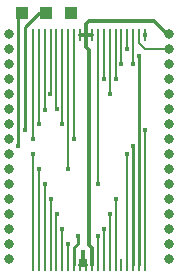
<source format=gbr>
G04 #@! TF.GenerationSoftware,KiCad,Pcbnew,(6.0.1-0)*
G04 #@! TF.CreationDate,2022-03-15T16:22:53-04:00*
G04 #@! TF.ProjectId,MBC1-TSOP40,4d424331-2d54-4534-9f50-34302e6b6963,rev?*
G04 #@! TF.SameCoordinates,Original*
G04 #@! TF.FileFunction,Copper,L1,Top*
G04 #@! TF.FilePolarity,Positive*
%FSLAX46Y46*%
G04 Gerber Fmt 4.6, Leading zero omitted, Abs format (unit mm)*
G04 Created by KiCad (PCBNEW (6.0.1-0)) date 2022-03-15 16:22:53*
%MOMM*%
%LPD*%
G01*
G04 APERTURE LIST*
G04 #@! TA.AperFunction,SMDPad,CuDef*
%ADD10R,0.250000X1.100000*%
G04 #@! TD*
G04 #@! TA.AperFunction,SMDPad,CuDef*
%ADD11R,1.000000X1.000000*%
G04 #@! TD*
G04 #@! TA.AperFunction,ViaPad*
%ADD12C,0.800000*%
G04 #@! TD*
G04 #@! TA.AperFunction,ViaPad*
%ADD13C,0.400000*%
G04 #@! TD*
G04 #@! TA.AperFunction,Conductor*
%ADD14C,0.250000*%
G04 #@! TD*
G04 #@! TA.AperFunction,Conductor*
%ADD15C,0.200000*%
G04 #@! TD*
G04 #@! TA.AperFunction,Conductor*
%ADD16C,0.300000*%
G04 #@! TD*
G04 APERTURE END LIST*
D10*
G04 #@! TO.P,REF\u002A\u002A,1*
G04 #@! TO.N,A19*
X117370000Y-49330000D03*
G04 #@! TO.P,REF\u002A\u002A,2*
G04 #@! TO.N,A18*
X116870000Y-49330000D03*
G04 #@! TO.P,REF\u002A\u002A,3*
G04 #@! TO.N,A17*
X116370000Y-49330000D03*
G04 #@! TO.P,REF\u002A\u002A,4*
G04 #@! TO.N,A16*
X115870000Y-49330000D03*
G04 #@! TO.P,REF\u002A\u002A,5*
G04 #@! TO.N,A15*
X115370000Y-49330000D03*
G04 #@! TO.P,REF\u002A\u002A,6*
G04 #@! TO.N,A14*
X114870000Y-49330000D03*
G04 #@! TO.P,REF\u002A\u002A,7*
G04 #@! TO.N,A13*
X114370000Y-49330000D03*
G04 #@! TO.P,REF\u002A\u002A,8*
G04 #@! TO.N,A12*
X113870000Y-49330000D03*
G04 #@! TO.P,REF\u002A\u002A,9*
G04 #@! TO.N,CE*
X113370000Y-49330000D03*
G04 #@! TO.P,REF\u002A\u002A,10*
G04 #@! TO.N,VCC*
X112870000Y-49330000D03*
G04 #@! TO.P,REF\u002A\u002A,11*
X112370000Y-49330000D03*
G04 #@! TO.P,REF\u002A\u002A,12*
X111870000Y-49330000D03*
G04 #@! TO.P,REF\u002A\u002A,13*
G04 #@! TO.N,A11*
X111370000Y-49330000D03*
G04 #@! TO.P,REF\u002A\u002A,14*
G04 #@! TO.N,A10*
X110870000Y-49330000D03*
G04 #@! TO.P,REF\u002A\u002A,15*
G04 #@! TO.N,A9*
X110370000Y-49330000D03*
G04 #@! TO.P,REF\u002A\u002A,16*
G04 #@! TO.N,A8*
X109870000Y-49330000D03*
G04 #@! TO.P,REF\u002A\u002A,17*
G04 #@! TO.N,A7*
X109370000Y-49330000D03*
G04 #@! TO.P,REF\u002A\u002A,18*
G04 #@! TO.N,A6*
X108870000Y-49330000D03*
G04 #@! TO.P,REF\u002A\u002A,19*
G04 #@! TO.N,A5*
X108370000Y-49330000D03*
G04 #@! TO.P,REF\u002A\u002A,20*
G04 #@! TO.N,A4*
X107870000Y-49330000D03*
G04 #@! TO.P,REF\u002A\u002A,21*
G04 #@! TO.N,A3*
X107870000Y-68830000D03*
G04 #@! TO.P,REF\u002A\u002A,22*
G04 #@! TO.N,A2*
X108370000Y-68830000D03*
G04 #@! TO.P,REF\u002A\u002A,23*
G04 #@! TO.N,A1*
X108870000Y-68830000D03*
G04 #@! TO.P,REF\u002A\u002A,24*
G04 #@! TO.N,A0*
X109370000Y-68830000D03*
G04 #@! TO.P,REF\u002A\u002A,25*
G04 #@! TO.N,D0*
X109870000Y-68830000D03*
G04 #@! TO.P,REF\u002A\u002A,26*
G04 #@! TO.N,D1*
X110370000Y-68830000D03*
G04 #@! TO.P,REF\u002A\u002A,27*
G04 #@! TO.N,D2*
X110870000Y-68830000D03*
G04 #@! TO.P,REF\u002A\u002A,28*
G04 #@! TO.N,D3*
X111370000Y-68830000D03*
G04 #@! TO.P,REF\u002A\u002A,29*
G04 #@! TO.N,GND*
X111870000Y-68830000D03*
G04 #@! TO.P,REF\u002A\u002A,30*
X112370000Y-68830000D03*
G04 #@! TO.P,REF\u002A\u002A,31*
G04 #@! TO.N,VCC*
X112870000Y-68830000D03*
G04 #@! TO.P,REF\u002A\u002A,32*
G04 #@! TO.N,D4*
X113370000Y-68830000D03*
G04 #@! TO.P,REF\u002A\u002A,33*
G04 #@! TO.N,D5*
X113870000Y-68830000D03*
G04 #@! TO.P,REF\u002A\u002A,34*
G04 #@! TO.N,D6*
X114370000Y-68830000D03*
G04 #@! TO.P,REF\u002A\u002A,35*
G04 #@! TO.N,D7*
X114870000Y-68830000D03*
G04 #@! TO.P,REF\u002A\u002A,36*
G04 #@! TO.N,RY*
X115370000Y-68830000D03*
G04 #@! TO.P,REF\u002A\u002A,37*
G04 #@! TO.N,/OE*
X115870000Y-68830000D03*
G04 #@! TO.P,REF\u002A\u002A,38*
G04 #@! TO.N,WE*
X116370000Y-68830000D03*
G04 #@! TO.P,REF\u002A\u002A,39*
G04 #@! TO.N,A21*
X116870000Y-68830000D03*
G04 #@! TO.P,REF\u002A\u002A,40*
G04 #@! TO.N,A20*
X117370000Y-68830000D03*
G04 #@! TD*
D11*
G04 #@! TO.P,REF\u002A\u002A,*
G04 #@! TO.N,WE*
X106940000Y-47470000D03*
G04 #@! TD*
G04 #@! TO.P,REF\u002A\u002A,*
G04 #@! TO.N,A21*
X111060000Y-47470000D03*
G04 #@! TD*
G04 #@! TO.P,REF\u002A\u002A,*
G04 #@! TO.N,A20*
X109000000Y-47470000D03*
G04 #@! TD*
D12*
G04 #@! TO.N,VCC*
X119400000Y-49300000D03*
G04 #@! TO.N,A18*
X119400000Y-50570000D03*
D13*
G04 #@! TO.N,A17*
X116370000Y-51840000D03*
D12*
X119400000Y-51840000D03*
D13*
G04 #@! TO.N,A14*
X114870000Y-53110000D03*
D12*
X119400000Y-53110000D03*
D13*
G04 #@! TO.N,A13*
X114370000Y-54380000D03*
D12*
X119400000Y-54380000D03*
D13*
G04 #@! TO.N,A8*
X109875000Y-55650000D03*
D12*
X119400000Y-55650000D03*
D13*
G04 #@! TO.N,A9*
X110375000Y-56925000D03*
D12*
X119400000Y-56920000D03*
D13*
G04 #@! TO.N,A11*
X111370000Y-58190000D03*
D12*
X119400000Y-58190000D03*
D13*
G04 #@! TO.N,/OE*
X115850000Y-59450000D03*
D12*
X119400000Y-59460000D03*
G04 #@! TO.N,A10*
X119400000Y-60730000D03*
D13*
X110875000Y-60730000D03*
D12*
G04 #@! TO.N,CE*
X119400000Y-62000000D03*
D13*
X113370000Y-62000000D03*
G04 #@! TO.N,D7*
X114875000Y-63250000D03*
D12*
X119400000Y-63270000D03*
D13*
G04 #@! TO.N,D6*
X114375000Y-64525000D03*
D12*
X119400000Y-64540000D03*
D13*
G04 #@! TO.N,D5*
X113875000Y-65800000D03*
D12*
X119400000Y-65810000D03*
G04 #@! TO.N,D4*
X119400000Y-67080000D03*
D13*
X113375000Y-66400000D03*
G04 #@! TO.N,D3*
X111690000Y-66400000D03*
D12*
X119400000Y-68350000D03*
D13*
G04 #@! TO.N,GND*
X112120000Y-67780000D03*
D12*
X105850000Y-68350000D03*
G04 #@! TO.N,D2*
X105850000Y-67080000D03*
D13*
X110875000Y-67100000D03*
G04 #@! TO.N,D1*
X110375000Y-65825000D03*
D12*
X105850000Y-65810000D03*
G04 #@! TO.N,D0*
X105850000Y-64540000D03*
D13*
X109875000Y-64550000D03*
D12*
G04 #@! TO.N,A0*
X105850000Y-63270000D03*
D13*
X109375000Y-63275000D03*
G04 #@! TO.N,A1*
X108875000Y-62000000D03*
D12*
X105850000Y-62000000D03*
G04 #@! TO.N,A2*
X105850000Y-60730000D03*
D13*
X108375000Y-60750000D03*
D12*
G04 #@! TO.N,A3*
X105850000Y-59460000D03*
D13*
X107875000Y-59450000D03*
G04 #@! TO.N,A4*
X107875000Y-58200000D03*
D12*
X105850000Y-58190000D03*
G04 #@! TO.N,A5*
X105850000Y-56920000D03*
D13*
X108375000Y-56925000D03*
D12*
G04 #@! TO.N,A6*
X105850000Y-55650000D03*
D13*
X108875000Y-55675000D03*
D12*
G04 #@! TO.N,A7*
X105850000Y-54380000D03*
D13*
X109350000Y-54375000D03*
D12*
G04 #@! TO.N,A12*
X105850000Y-53110000D03*
D13*
X113875000Y-53100000D03*
G04 #@! TO.N,A15*
X115370000Y-51850000D03*
D12*
X105850000Y-51840000D03*
G04 #@! TO.N,A16*
X105850000Y-50570000D03*
D13*
X115870000Y-50570000D03*
G04 #@! TO.N,A19*
X117375000Y-49325000D03*
D12*
X105850000Y-49300000D03*
D13*
G04 #@! TO.N,WE*
X106650000Y-58775000D03*
X116375000Y-58775000D03*
G04 #@! TO.N,A20*
X117370000Y-57450000D03*
X107175000Y-57450000D03*
G04 #@! TO.N,A21*
X111060000Y-47470000D03*
X116870000Y-51130000D03*
G04 #@! TD*
D14*
G04 #@! TO.N,D3*
X111690000Y-67026772D02*
X111690000Y-66400000D01*
X111370000Y-67346772D02*
X111690000Y-67026772D01*
X111370000Y-68830000D02*
X111370000Y-67346772D01*
D15*
G04 #@! TO.N,A15*
X115370000Y-51850000D02*
X115370000Y-49330000D01*
D16*
G04 #@! TO.N,VCC*
X118165000Y-48190000D02*
X112650000Y-48190000D01*
X112619520Y-50630480D02*
X112619520Y-67119520D01*
X112870000Y-67370000D02*
X112870000Y-68830000D01*
X112619520Y-67119520D02*
X112870000Y-67370000D01*
X111870000Y-49330000D02*
X112870000Y-49330000D01*
X112370000Y-49330000D02*
X112370000Y-50380960D01*
X112650000Y-48190000D02*
X112370000Y-48470000D01*
X112370000Y-50380960D02*
X112619520Y-50630480D01*
X112370000Y-48470000D02*
X112370000Y-49330000D01*
X119249980Y-49300000D02*
X119249980Y-49274980D01*
X119249980Y-49274980D02*
X118165000Y-48190000D01*
D15*
G04 #@! TO.N,A18*
X116870000Y-49330000D02*
X116870000Y-50060000D01*
X117380000Y-50570000D02*
X119299980Y-50570000D01*
X116870000Y-50060000D02*
X117380000Y-50570000D01*
G04 #@! TO.N,A17*
X116370000Y-49330000D02*
X116370000Y-51840000D01*
G04 #@! TO.N,A14*
X114870000Y-49330000D02*
X114870000Y-53110000D01*
G04 #@! TO.N,A13*
X114370000Y-49330000D02*
X114370000Y-54380000D01*
G04 #@! TO.N,A8*
X109870000Y-55645000D02*
X109875000Y-55650000D01*
X109870000Y-49330000D02*
X109870000Y-55645000D01*
G04 #@! TO.N,A9*
X110370000Y-56920000D02*
X110375000Y-56925000D01*
X110370000Y-49330000D02*
X110370000Y-56920000D01*
G04 #@! TO.N,A11*
X111370000Y-49330000D02*
X111370000Y-58190000D01*
G04 #@! TO.N,/OE*
X115870000Y-59470000D02*
X115850000Y-59450000D01*
X115870000Y-68830000D02*
X115870000Y-59470000D01*
G04 #@! TO.N,A10*
X110870000Y-60725000D02*
X110875000Y-60730000D01*
X110870000Y-49330000D02*
X110870000Y-60725000D01*
G04 #@! TO.N,CE*
X113370000Y-49330000D02*
X113370000Y-62000000D01*
G04 #@! TO.N,D7*
X114870000Y-68830000D02*
X114870000Y-63255000D01*
X114870000Y-63255000D02*
X114875000Y-63250000D01*
G04 #@! TO.N,D6*
X114370000Y-68830000D02*
X114370000Y-64530000D01*
X114370000Y-64530000D02*
X114375000Y-64525000D01*
G04 #@! TO.N,D5*
X113870000Y-65805000D02*
X113875000Y-65800000D01*
X113870000Y-68830000D02*
X113870000Y-65805000D01*
G04 #@! TO.N,D4*
X113370000Y-68830000D02*
X113370000Y-66405000D01*
X113370000Y-66405000D02*
X113375000Y-66400000D01*
D16*
G04 #@! TO.N,GND*
X112120000Y-68830000D02*
X112120000Y-67780000D01*
X111870000Y-68830000D02*
X112370000Y-68830000D01*
D15*
G04 #@! TO.N,D2*
X110870000Y-67105000D02*
X110875000Y-67100000D01*
X110870000Y-68830000D02*
X110870000Y-67105000D01*
G04 #@! TO.N,D1*
X110370000Y-65830000D02*
X110375000Y-65825000D01*
X110370000Y-68830000D02*
X110370000Y-65830000D01*
G04 #@! TO.N,D0*
X109870000Y-68830000D02*
X109870000Y-64555000D01*
X109870000Y-64555000D02*
X109875000Y-64550000D01*
G04 #@! TO.N,A0*
X109370000Y-63280000D02*
X109375000Y-63275000D01*
X109370000Y-68830000D02*
X109370000Y-63280000D01*
G04 #@! TO.N,A1*
X108870000Y-62005000D02*
X108875000Y-62000000D01*
X108870000Y-68830000D02*
X108870000Y-62005000D01*
G04 #@! TO.N,A2*
X108370000Y-67805000D02*
X108370000Y-68830000D01*
X108375000Y-67800000D02*
X108370000Y-67805000D01*
X108375000Y-60750000D02*
X108375000Y-67800000D01*
G04 #@! TO.N,A3*
X107870000Y-68830000D02*
X107870000Y-59455000D01*
X107870000Y-59455000D02*
X107875000Y-59450000D01*
G04 #@! TO.N,A4*
X107870000Y-58195000D02*
X107875000Y-58200000D01*
X107870000Y-49330000D02*
X107870000Y-58195000D01*
G04 #@! TO.N,A5*
X108370000Y-56920000D02*
X108375000Y-56925000D01*
X108370000Y-49330000D02*
X108370000Y-56920000D01*
G04 #@! TO.N,A6*
X108870000Y-49330000D02*
X108870000Y-55670000D01*
X108870000Y-55670000D02*
X108875000Y-55675000D01*
G04 #@! TO.N,A7*
X109370000Y-54355000D02*
X109350000Y-54375000D01*
X109370000Y-49330000D02*
X109370000Y-54355000D01*
G04 #@! TO.N,A12*
X113870000Y-49330000D02*
X113870000Y-53095000D01*
X113870000Y-53095000D02*
X113875000Y-53100000D01*
G04 #@! TO.N,A16*
X115870000Y-49330000D02*
X115870000Y-50570000D01*
D14*
G04 #@! TO.N,WE*
X116370000Y-58780000D02*
X116370000Y-68830000D01*
X106650000Y-58775000D02*
X106650000Y-47760000D01*
X116375000Y-58775000D02*
X116370000Y-58780000D01*
G04 #@! TO.N,A20*
X107175000Y-57450000D02*
X107175000Y-48700978D01*
X108405978Y-47470000D02*
X109000000Y-47470000D01*
X107175000Y-48700978D02*
X108405978Y-47470000D01*
D15*
X117370000Y-68830000D02*
X117370000Y-57450000D01*
D14*
G04 #@! TO.N,A21*
X116870000Y-51130000D02*
X116870000Y-68830000D01*
G04 #@! TD*
M02*

</source>
